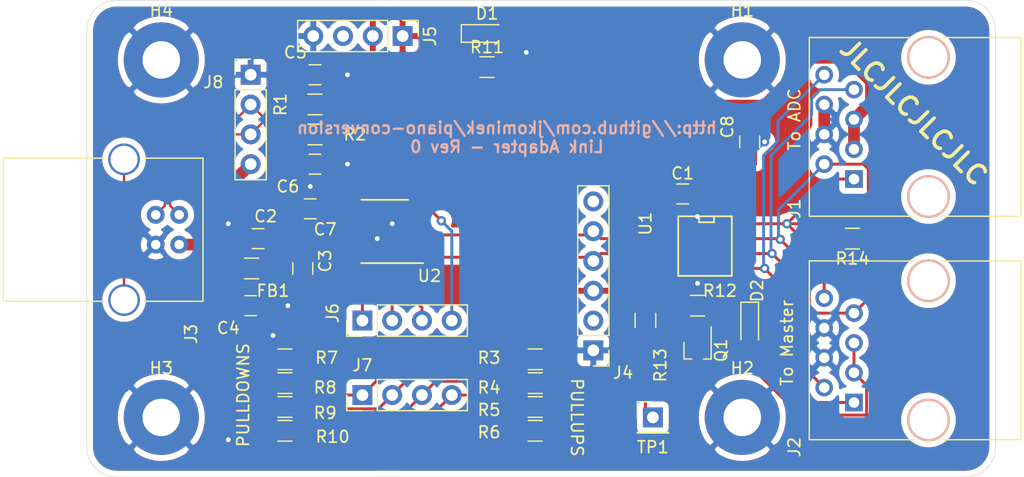
<source format=kicad_pcb>
(kicad_pcb (version 20171130) (host pcbnew "(5.1.7)-1")
  (layers (0 F.Cu signal) (31 B.Cu signal) (34 B.Paste user) (35 F.Paste user) (36 B.SilkS user) (37 F.SilkS user) (38 B.Mask user) (39 F.Mask user) (44 Edge.Cuts user))
  (net 0 "")
  (net 1 GND)
  (net 2 +3V3)
  (net 3 +5V)
  (net 4 "Net-(J3-Pad5)")
  (net 5 /RX)
  (net 6 /TX)
  (net 7 /USB5V)
  (net 8 /D+)
  (net 9 /D-)
  (net 10 /Z)
  (net 11 /Y)
  (net 12 /A)
  (net 13 /B)
  (net 14 /J6_4)
  (net 15 /J6_3)
  (net 16 /J6_2)
  (net 17 /J6_1)
  (net 18 /USBD+)
  (net 19 /USBD-)
  (net 20 "Net-(J6-Pad1)")
  (net 21 "Net-(J6-Pad2)")
  (net 22 "Net-(J6-Pad3)")
  (net 23 "Net-(J6-Pad4)")
  (net 24 "Net-(D1-Pad1)")
  (net 25 "Net-(D2-Pad2)")
  (net 26 "Net-(D2-Pad1)")
  (net 27 "Net-(Q1-Pad2)")
  (module TO_SOT_Packages_SMD:SOT-323_SC-70_Handsoldering (layer F.Cu) (at 142.24 103.505 270)
    (fp_text reference Q1 (at 0 -2 90) (layer F.SilkS))
    (fp_text value NX7002BKW)
    (fp_line (start -0.675 1.16) (end 0.735 1.16) (layer F.SilkS) (width 0.12))
    (fp_line (start 0.735 -1.16) (end -2 -1.16) (layer F.SilkS) (width 0.12))
    (fp_line (start 0.735 -1.17) (end 0.735 -0.5) (layer F.SilkS) (width 0.12))
    (fp_line (start 0.735 0.5) (end 0.735 1.16) (layer F.SilkS) (width 0.12))
    (pad 3 smd rect (at 1.33 0 180) (size 0.45 1.5) (layers F.Cu F.Paste F.Mask) (net 2 +3V3))
    (pad 2 smd rect (at -1.33 0.65 180) (size 0.45 1.5) (layers F.Cu F.Paste F.Mask) (net 27 "Net-(Q1-Pad2)"))
    (pad 1 smd rect (at -1.33 -0.65 180) (size 0.45 1.5) (layers F.Cu F.Paste F.Mask) (net 25 "Net-(D2-Pad2)"))
  )
  (module Resistors_SMD:R_0805_HandSoldering (layer F.Cu) (at 137.795 100.965 90)
    (fp_text reference R13 (at -3.81 1.27 90) (layer F.SilkS))
    (fp_text value 6000)
    (fp_line (start -0.6 -0.88) (end 0.6 -0.88) (layer F.SilkS) (width 0.12))
    (fp_line (start 0.6 0.88) (end -0.6 0.88) (layer F.SilkS) (width 0.12))
    (pad 2 smd rect (at 1.35 0 90) (size 1.5 1.3) (layers F.Cu F.Paste F.Mask) (net 1 GND))
    (pad 1 smd rect (at -1.35 0 90) (size 1.5 1.3) (layers F.Cu F.Paste F.Mask) (net 27 "Net-(Q1-Pad2)"))
  )
  (module Capacitors_SMD:C_0805_HandSoldering (layer F.Cu) (at 109.621 80.01)
    (fp_text reference C5 (at -1.671 -1.905) (layer F.SilkS))
    (fp_text value 47pF)
    (fp_line (start 0.5 -0.85) (end -0.5 -0.85) (layer F.SilkS) (width 0.12))
    (fp_line (start -0.5 0.85) (end 0.5 0.85) (layer F.SilkS) (width 0.12))
    (pad 1 smd rect (at -1.25 0) (size 1.5 1.25) (layers F.Cu F.Paste F.Mask) (net 8 /D+))
    (pad 2 smd rect (at 1.25 0) (size 1.5 1.25) (layers F.Cu F.Paste F.Mask) (net 1 GND))
  )
  (module Capacitors_SMD:C_0805_HandSoldering (layer F.Cu) (at 140.97 90.17)
    (fp_text reference C1 (at 0 -1.75) (layer F.SilkS))
    (fp_text value 0.1uF)
    (fp_line (start -0.5 0.85) (end 0.5 0.85) (layer F.SilkS) (width 0.12))
    (fp_line (start 0.5 -0.85) (end -0.5 -0.85) (layer F.SilkS) (width 0.12))
    (pad 2 smd rect (at 1.25 0) (size 1.5 1.25) (layers F.Cu F.Paste F.Mask) (net 1 GND))
    (pad 1 smd rect (at -1.25 0) (size 1.5 1.25) (layers F.Cu F.Paste F.Mask) (net 2 +3V3))
  )
  (module Capacitors_SMD:C_0805_HandSoldering (layer F.Cu) (at 104.775 93.98 180)
    (fp_text reference C2 (at -0.635 1.905) (layer F.SilkS))
    (fp_text value 0.1uF)
    (fp_line (start -0.5 0.85) (end 0.5 0.85) (layer F.SilkS) (width 0.12))
    (fp_line (start 0.5 -0.85) (end -0.5 -0.85) (layer F.SilkS) (width 0.12))
    (pad 2 smd rect (at 1.25 0 180) (size 1.5 1.25) (layers F.Cu F.Paste F.Mask) (net 1 GND))
    (pad 1 smd rect (at -1.25 0 180) (size 1.5 1.25) (layers F.Cu F.Paste F.Mask) (net 3 +5V))
  )
  (module Capacitors_SMD:C_0805_HandSoldering (layer F.Cu) (at 108.585 96.52 270)
    (fp_text reference C3 (at -0.635 -1.905 90) (layer F.SilkS))
    (fp_text value 4.7uF)
    (fp_line (start 0.5 -0.85) (end -0.5 -0.85) (layer F.SilkS) (width 0.12))
    (fp_line (start -0.5 0.85) (end 0.5 0.85) (layer F.SilkS) (width 0.12))
    (pad 1 smd rect (at -1.25 0 270) (size 1.5 1.25) (layers F.Cu F.Paste F.Mask) (net 3 +5V))
    (pad 2 smd rect (at 1.25 0 270) (size 1.5 1.25) (layers F.Cu F.Paste F.Mask) (net 1 GND))
  )
  (module Capacitors_SMD:C_0805_HandSoldering (layer F.Cu) (at 104.14 99.695)
    (fp_text reference C4 (at -1.905 1.905) (layer F.SilkS))
    (fp_text value 10nF)
    (fp_line (start -0.5 0.85) (end 0.5 0.85) (layer F.SilkS) (width 0.12))
    (fp_line (start 0.5 -0.85) (end -0.5 -0.85) (layer F.SilkS) (width 0.12))
    (pad 2 smd rect (at 1.25 0) (size 1.5 1.25) (layers F.Cu F.Paste F.Mask) (net 1 GND))
    (pad 1 smd rect (at -1.25 0) (size 1.5 1.25) (layers F.Cu F.Paste F.Mask) (net 7 /USB5V))
  )
  (module Capacitors_SMD:C_0805_HandSoldering (layer F.Cu) (at 109.621 87.63)
    (fp_text reference C6 (at -2.306 1.905) (layer F.SilkS))
    (fp_text value 47pF)
    (fp_line (start -0.5 0.85) (end 0.5 0.85) (layer F.SilkS) (width 0.12))
    (fp_line (start 0.5 -0.85) (end -0.5 -0.85) (layer F.SilkS) (width 0.12))
    (pad 2 smd rect (at 1.25 0) (size 1.5 1.25) (layers F.Cu F.Paste F.Mask) (net 1 GND))
    (pad 1 smd rect (at -1.25 0) (size 1.5 1.25) (layers F.Cu F.Paste F.Mask) (net 9 /D-))
  )
  (module Capacitors_SMD:C_0805_HandSoldering (layer F.Cu) (at 109.22 91.44 180)
    (fp_text reference C7 (at -1.27 -1.75) (layer F.SilkS))
    (fp_text value 0.1uF)
    (fp_line (start 0.5 -0.85) (end -0.5 -0.85) (layer F.SilkS) (width 0.12))
    (fp_line (start -0.5 0.85) (end 0.5 0.85) (layer F.SilkS) (width 0.12))
    (pad 1 smd rect (at -1.25 0 180) (size 1.5 1.25) (layers F.Cu F.Paste F.Mask) (net 2 +3V3))
    (pad 2 smd rect (at 1.25 0 180) (size 1.5 1.25) (layers F.Cu F.Paste F.Mask) (net 1 GND))
  )
  (module Inductors_SMD:L_0805_HandSoldering (layer F.Cu) (at 104.22 96.52 180)
    (fp_text reference FB1 (at -1.825 -1.905) (layer F.SilkS))
    (fp_text value MPZ2012S601AT000‎)
    (fp_line (start -0.6 -0.88) (end 0.6 -0.88) (layer F.SilkS) (width 0.12))
    (fp_line (start 0.6 0.88) (end -0.6 0.88) (layer F.SilkS) (width 0.12))
    (pad 2 smd rect (at 1.35 0 180) (size 1.5 1.3) (layers F.Cu F.Paste F.Mask) (net 7 /USB5V))
    (pad 1 smd rect (at -1.35 0 180) (size 1.5 1.3) (layers F.Cu F.Paste F.Mask) (net 3 +5V))
  )
  (module Connectors:RJ45_8 (layer F.Cu) (at 155.575 88.9 90)
    (fp_text reference J1 (at -2.54 -5.08 90) (layer F.SilkS))
    (fp_text value ToADC)
    (fp_line (start -3.17 14.22) (end 12.07 14.22) (layer F.SilkS) (width 0.12))
    (fp_line (start 12.07 -3.81) (end 12.06 5.18) (layer F.SilkS) (width 0.12))
    (fp_line (start 12.07 -3.81) (end -3.17 -3.81) (layer F.SilkS) (width 0.12))
    (fp_line (start -3.17 -3.81) (end -3.17 5.19) (layer F.SilkS) (width 0.12))
    (fp_line (start 12.06 7.52) (end 12.07 14.22) (layer F.SilkS) (width 0.12))
    (fp_line (start -3.17 7.51) (end -3.17 14.22) (layer F.SilkS) (width 0.12))
    (pad Hole np_thru_hole circle (at 10.38 6.35 90) (size 3.65 3.65) (drill 3.25) (layers *.Cu *.SilkS *.Mask))
    (pad Hole np_thru_hole circle (at -1.49 6.35 90) (size 3.65 3.65) (drill 3.25) (layers *.Cu *.SilkS *.Mask))
    (pad 1 thru_hole rect (at 0 0 90) (size 1.5 1.5) (drill 0.9) (layers *.Cu *.Mask) (net 12 /A))
    (pad 2 thru_hole circle (at 1.27 -2.54 90) (size 1.5 1.5) (drill 0.9) (layers *.Cu *.Mask) (net 13 /B))
    (pad 3 thru_hole circle (at 2.54 0 90) (size 1.5 1.5) (drill 0.9) (layers *.Cu *.Mask) (net 3 +5V))
    (pad 4 thru_hole circle (at 3.81 -2.54 90) (size 1.5 1.5) (drill 0.9) (layers *.Cu *.Mask) (net 1 GND))
    (pad 5 thru_hole circle (at 5.08 0 90) (size 1.5 1.5) (drill 0.9) (layers *.Cu *.Mask) (net 3 +5V))
    (pad 6 thru_hole circle (at 6.35 -2.54 90) (size 1.5 1.5) (drill 0.9) (layers *.Cu *.Mask) (net 1 GND))
    (pad 7 thru_hole circle (at 7.62 0 90) (size 1.5 1.5) (drill 0.9) (layers *.Cu *.Mask) (net 10 /Z))
    (pad 8 thru_hole circle (at 8.89 -2.54 90) (size 1.5 1.5) (drill 0.9) (layers *.Cu *.Mask) (net 11 /Y))
  )
  (module Connectors:RJ45_8 (layer F.Cu) (at 155.575 107.95 90)
    (fp_text reference J2 (at -3.81 -5.08 90) (layer F.SilkS))
    (fp_text value ToMaster)
    (fp_line (start -3.17 7.51) (end -3.17 14.22) (layer F.SilkS) (width 0.12))
    (fp_line (start 12.06 7.52) (end 12.07 14.22) (layer F.SilkS) (width 0.12))
    (fp_line (start -3.17 -3.81) (end -3.17 5.19) (layer F.SilkS) (width 0.12))
    (fp_line (start 12.07 -3.81) (end -3.17 -3.81) (layer F.SilkS) (width 0.12))
    (fp_line (start 12.07 -3.81) (end 12.06 5.18) (layer F.SilkS) (width 0.12))
    (fp_line (start -3.17 14.22) (end 12.07 14.22) (layer F.SilkS) (width 0.12))
    (pad 8 thru_hole circle (at 8.89 -2.54 90) (size 1.5 1.5) (drill 0.9) (layers *.Cu *.Mask) (net 12 /A))
    (pad 7 thru_hole circle (at 7.62 0 90) (size 1.5 1.5) (drill 0.9) (layers *.Cu *.Mask) (net 13 /B))
    (pad 6 thru_hole circle (at 6.35 -2.54 90) (size 1.5 1.5) (drill 0.9) (layers *.Cu *.Mask) (net 1 GND))
    (pad 5 thru_hole circle (at 5.08 0 90) (size 1.5 1.5) (drill 0.9) (layers *.Cu *.Mask) (net 25 "Net-(D2-Pad2)"))
    (pad 4 thru_hole circle (at 3.81 -2.54 90) (size 1.5 1.5) (drill 0.9) (layers *.Cu *.Mask) (net 1 GND))
    (pad 3 thru_hole circle (at 2.54 0 90) (size 1.5 1.5) (drill 0.9) (layers *.Cu *.Mask) (net 25 "Net-(D2-Pad2)"))
    (pad 2 thru_hole circle (at 1.27 -2.54 90) (size 1.5 1.5) (drill 0.9) (layers *.Cu *.Mask) (net 10 /Z))
    (pad 1 thru_hole rect (at 0 0 90) (size 1.5 1.5) (drill 0.9) (layers *.Cu *.Mask) (net 11 /Y))
    (pad Hole np_thru_hole circle (at -1.49 6.35 90) (size 3.65 3.65) (drill 3.25) (layers *.Cu *.SilkS *.Mask))
    (pad Hole np_thru_hole circle (at 10.38 6.35 90) (size 3.65 3.65) (drill 3.25) (layers *.Cu *.SilkS *.Mask))
  )
  (module Connectors:USB_B (layer F.Cu) (at 98.044 94.488 180)
    (fp_text reference J3 (at -1.016 -7.62 90) (layer F.SilkS))
    (fp_text value USB_B)
    (fp_line (start -2.03 7.37) (end -2.03 -4.83) (layer F.SilkS) (width 0.12))
    (fp_line (start 14.99 -4.83) (end 14.99 7.37) (layer F.SilkS) (width 0.12))
    (fp_line (start -2.03 -4.83) (end 3.05 -4.83) (layer F.SilkS) (width 0.12))
    (fp_line (start 6.35 -4.83) (end 14.99 -4.83) (layer F.SilkS) (width 0.12))
    (fp_line (start -2.03 7.37) (end 3.05 7.37) (layer F.SilkS) (width 0.12))
    (fp_line (start 6.35 7.37) (end 14.99 7.37) (layer F.SilkS) (width 0.12))
    (pad 5 thru_hole circle (at 4.7 -4.73 90) (size 2.7 2.7) (drill 2.3) (layers *.Cu *.Mask) (net 4 "Net-(J3-Pad5)"))
    (pad 5 thru_hole circle (at 4.7 7.27 90) (size 2.7 2.7) (drill 2.3) (layers *.Cu *.Mask) (net 4 "Net-(J3-Pad5)"))
    (pad 3 thru_hole circle (at 2 2.54 90) (size 1.52 1.52) (drill 0.81) (layers *.Cu *.Mask) (net 8 /D+))
    (pad 4 thru_hole circle (at 2 0 90) (size 1.52 1.52) (drill 0.81) (layers *.Cu *.Mask) (net 1 GND))
    (pad 1 thru_hole circle (at 0 0 90) (size 1.52 1.52) (drill 0.81) (layers *.Cu *.Mask) (net 7 /USB5V))
    (pad 2 thru_hole circle (at 0 2.54 90) (size 1.52 1.52) (drill 0.81) (layers *.Cu *.Mask) (net 9 /D-))
  )
  (module Pin_Headers:Pin_Header_Straight_1x06_Pitch2.54mm (layer F.Cu) (at 133.35 103.505 180)
    (fp_text reference J4 (at -2.54 -1.905) (layer F.SilkS))
    (fp_text value "FTDI Header")
    (fp_line (start -1.33 -1.33) (end 0 -1.33) (layer F.SilkS) (width 0.12))
    (fp_line (start -1.33 0) (end -1.33 -1.33) (layer F.SilkS) (width 0.12))
    (fp_line (start -1.33 1.27) (end 1.33 1.27) (layer F.SilkS) (width 0.12))
    (fp_line (start 1.33 1.27) (end 1.33 14.03) (layer F.SilkS) (width 0.12))
    (fp_line (start -1.33 1.27) (end -1.33 14.03) (layer F.SilkS) (width 0.12))
    (fp_line (start -1.33 14.03) (end 1.33 14.03) (layer F.SilkS) (width 0.12))
    (pad 6 thru_hole oval (at 0 12.7 180) (size 1.7 1.7) (drill 1) (layers *.Cu *.Mask))
    (pad 5 thru_hole oval (at 0 10.16 180) (size 1.7 1.7) (drill 1) (layers *.Cu *.Mask) (net 5 /RX))
    (pad 4 thru_hole oval (at 0 7.62 180) (size 1.7 1.7) (drill 1) (layers *.Cu *.Mask) (net 6 /TX))
    (pad 3 thru_hole oval (at 0 5.08 180) (size 1.7 1.7) (drill 1) (layers *.Cu *.Mask) (net 2 +3V3))
    (pad 2 thru_hole oval (at 0 2.54 180) (size 1.7 1.7) (drill 1) (layers *.Cu *.Mask))
    (pad 1 thru_hole rect (at 0 0 180) (size 1.7 1.7) (drill 1) (layers *.Cu *.Mask) (net 1 GND))
  )
  (module Pin_Headers:Pin_Header_Straight_1x04_Pitch2.54mm (layer F.Cu) (at 113.665 100.965 90)
    (fp_text reference J6 (at 0.635 -2.54 90) (layer F.SilkS))
    (fp_text value CBUS)
    (fp_line (start -1.33 8.95) (end 1.33 8.95) (layer F.SilkS) (width 0.12))
    (fp_line (start -1.33 1.27) (end -1.33 8.95) (layer F.SilkS) (width 0.12))
    (fp_line (start 1.33 1.27) (end 1.33 8.95) (layer F.SilkS) (width 0.12))
    (fp_line (start -1.33 1.27) (end 1.33 1.27) (layer F.SilkS) (width 0.12))
    (fp_line (start -1.33 0) (end -1.33 -1.33) (layer F.SilkS) (width 0.12))
    (fp_line (start -1.33 -1.33) (end 0 -1.33) (layer F.SilkS) (width 0.12))
    (pad 1 thru_hole rect (at 0 0 90) (size 1.7 1.7) (drill 1) (layers *.Cu *.Mask) (net 20 "Net-(J6-Pad1)"))
    (pad 2 thru_hole oval (at 0 2.54 90) (size 1.7 1.7) (drill 1) (layers *.Cu *.Mask) (net 21 "Net-(J6-Pad2)"))
    (pad 3 thru_hole oval (at 0 5.08 90) (size 1.7 1.7) (drill 1) (layers *.Cu *.Mask) (net 22 "Net-(J6-Pad3)"))
    (pad 4 thru_hole oval (at 0 7.62 90) (size 1.7 1.7) (drill 1) (layers *.Cu *.Mask) (net 23 "Net-(J6-Pad4)"))
  )
  (module Pin_Headers:Pin_Header_Straight_1x04_Pitch2.54mm (layer F.Cu) (at 113.665 107.315 90)
    (fp_text reference J7 (at 2.54 0 180) (layer F.SilkS))
    (fp_text value FORLED)
    (fp_line (start -1.33 -1.33) (end 0 -1.33) (layer F.SilkS) (width 0.12))
    (fp_line (start -1.33 0) (end -1.33 -1.33) (layer F.SilkS) (width 0.12))
    (fp_line (start -1.33 1.27) (end 1.33 1.27) (layer F.SilkS) (width 0.12))
    (fp_line (start 1.33 1.27) (end 1.33 8.95) (layer F.SilkS) (width 0.12))
    (fp_line (start -1.33 1.27) (end -1.33 8.95) (layer F.SilkS) (width 0.12))
    (fp_line (start -1.33 8.95) (end 1.33 8.95) (layer F.SilkS) (width 0.12))
    (pad 4 thru_hole oval (at 0 7.62 90) (size 1.7 1.7) (drill 1) (layers *.Cu *.Mask) (net 14 /J6_4))
    (pad 3 thru_hole oval (at 0 5.08 90) (size 1.7 1.7) (drill 1) (layers *.Cu *.Mask) (net 15 /J6_3))
    (pad 2 thru_hole oval (at 0 2.54 90) (size 1.7 1.7) (drill 1) (layers *.Cu *.Mask) (net 16 /J6_2))
    (pad 1 thru_hole rect (at 0 0 90) (size 1.7 1.7) (drill 1) (layers *.Cu *.Mask) (net 17 /J6_1))
  )
  (module Resistors_SMD:R_0805_HandSoldering (layer F.Cu) (at 109.621 82.54 180)
    (fp_text reference R1 (at 2.941 -0.01 90) (layer F.SilkS))
    (fp_text value 27)
    (fp_line (start -0.6 -0.88) (end 0.6 -0.88) (layer F.SilkS) (width 0.12))
    (fp_line (start 0.6 0.88) (end -0.6 0.88) (layer F.SilkS) (width 0.12))
    (pad 2 smd rect (at 1.35 0 180) (size 1.5 1.3) (layers F.Cu F.Paste F.Mask) (net 8 /D+))
    (pad 1 smd rect (at -1.35 0 180) (size 1.5 1.3) (layers F.Cu F.Paste F.Mask) (net 18 /USBD+))
  )
  (module Resistors_SMD:R_0805_HandSoldering (layer F.Cu) (at 109.621 85.1 180)
    (fp_text reference R2 (at -3.409 0.01) (layer F.SilkS))
    (fp_text value 27)
    (fp_line (start 0.6 0.88) (end -0.6 0.88) (layer F.SilkS) (width 0.12))
    (fp_line (start -0.6 -0.88) (end 0.6 -0.88) (layer F.SilkS) (width 0.12))
    (pad 1 smd rect (at -1.35 0 180) (size 1.5 1.3) (layers F.Cu F.Paste F.Mask) (net 19 /USBD-))
    (pad 2 smd rect (at 1.35 0 180) (size 1.5 1.3) (layers F.Cu F.Paste F.Mask) (net 9 /D-))
  )
  (module Resistors_SMD:R_0805_HandSoldering (layer F.Cu) (at 128.397 104.267 180)
    (fp_text reference R3 (at 3.937 0.127) (layer F.SilkS))
    (fp_text value 6000)
    (fp_line (start 0.6 0.88) (end -0.6 0.88) (layer F.SilkS) (width 0.12))
    (fp_line (start -0.6 -0.88) (end 0.6 -0.88) (layer F.SilkS) (width 0.12))
    (pad 1 smd rect (at -1.35 0 180) (size 1.5 1.3) (layers F.Cu F.Paste F.Mask) (net 2 +3V3))
    (pad 2 smd rect (at 1.35 0 180) (size 1.5 1.3) (layers F.Cu F.Paste F.Mask) (net 17 /J6_1))
  )
  (module Resistors_SMD:R_0805_HandSoldering (layer F.Cu) (at 128.397 106.299 180)
    (fp_text reference R4 (at 3.937 -0.381) (layer F.SilkS))
    (fp_text value 6000)
    (fp_line (start -0.6 -0.88) (end 0.6 -0.88) (layer F.SilkS) (width 0.12))
    (fp_line (start 0.6 0.88) (end -0.6 0.88) (layer F.SilkS) (width 0.12))
    (pad 2 smd rect (at 1.35 0 180) (size 1.5 1.3) (layers F.Cu F.Paste F.Mask) (net 16 /J6_2))
    (pad 1 smd rect (at -1.35 0 180) (size 1.5 1.3) (layers F.Cu F.Paste F.Mask) (net 2 +3V3))
  )
  (module Resistors_SMD:R_0805_HandSoldering (layer F.Cu) (at 128.397 108.331 180)
    (fp_text reference R5 (at 3.937 -0.254) (layer F.SilkS))
    (fp_text value 6000)
    (fp_line (start 0.6 0.88) (end -0.6 0.88) (layer F.SilkS) (width 0.12))
    (fp_line (start -0.6 -0.88) (end 0.6 -0.88) (layer F.SilkS) (width 0.12))
    (pad 1 smd rect (at -1.35 0 180) (size 1.5 1.3) (layers F.Cu F.Paste F.Mask) (net 2 +3V3))
    (pad 2 smd rect (at 1.35 0 180) (size 1.5 1.3) (layers F.Cu F.Paste F.Mask) (net 15 /J6_3))
  )
  (module Resistors_SMD:R_0805_HandSoldering (layer F.Cu) (at 128.397 110.363 180)
    (fp_text reference R6 (at 3.937 -0.127) (layer F.SilkS))
    (fp_text value 6000)
    (fp_line (start -0.6 -0.88) (end 0.6 -0.88) (layer F.SilkS) (width 0.12))
    (fp_line (start 0.6 0.88) (end -0.6 0.88) (layer F.SilkS) (width 0.12))
    (pad 2 smd rect (at 1.35 0 180) (size 1.5 1.3) (layers F.Cu F.Paste F.Mask) (net 14 /J6_4))
    (pad 1 smd rect (at -1.35 0 180) (size 1.5 1.3) (layers F.Cu F.Paste F.Mask) (net 2 +3V3))
  )
  (module Resistors_SMD:R_0805_HandSoldering (layer F.Cu) (at 107.061 104.267 180)
    (fp_text reference R7 (at -3.556 0.127) (layer F.SilkS))
    (fp_text value 6000)
    (fp_line (start -0.6 -0.88) (end 0.6 -0.88) (layer F.SilkS) (width 0.12))
    (fp_line (start 0.6 0.88) (end -0.6 0.88) (layer F.SilkS) (width 0.12))
    (pad 2 smd rect (at 1.35 0 180) (size 1.5 1.3) (layers F.Cu F.Paste F.Mask) (net 1 GND))
    (pad 1 smd rect (at -1.35 0 180) (size 1.5 1.3) (layers F.Cu F.Paste F.Mask) (net 17 /J6_1))
  )
  (module Resistors_SMD:R_0805_HandSoldering (layer F.Cu) (at 107.061 106.299 180)
    (fp_text reference R8 (at -3.429 -0.381) (layer F.SilkS))
    (fp_text value 6000)
    (fp_line (start 0.6 0.88) (end -0.6 0.88) (layer F.SilkS) (width 0.12))
    (fp_line (start -0.6 -0.88) (end 0.6 -0.88) (layer F.SilkS) (width 0.12))
    (pad 1 smd rect (at -1.35 0 180) (size 1.5 1.3) (layers F.Cu F.Paste F.Mask) (net 16 /J6_2))
    (pad 2 smd rect (at 1.35 0 180) (size 1.5 1.3) (layers F.Cu F.Paste F.Mask) (net 1 GND))
  )
  (module Resistors_SMD:R_0805_HandSoldering (layer F.Cu) (at 107.061 108.331 180)
    (fp_text reference R9 (at -3.429 -0.508) (layer F.SilkS))
    (fp_text value 6000)
    (fp_line (start -0.6 -0.88) (end 0.6 -0.88) (layer F.SilkS) (width 0.12))
    (fp_line (start 0.6 0.88) (end -0.6 0.88) (layer F.SilkS) (width 0.12))
    (pad 2 smd rect (at 1.35 0 180) (size 1.5 1.3) (layers F.Cu F.Paste F.Mask) (net 1 GND))
    (pad 1 smd rect (at -1.35 0 180) (size 1.5 1.3) (layers F.Cu F.Paste F.Mask) (net 15 /J6_3))
  )
  (module Resistors_SMD:R_0805_HandSoldering (layer F.Cu) (at 107.061 110.363 180)
    (fp_text reference R10 (at -4.064 -0.508) (layer F.SilkS))
    (fp_text value 6000)
    (fp_line (start 0.6 0.88) (end -0.6 0.88) (layer F.SilkS) (width 0.12))
    (fp_line (start -0.6 -0.88) (end 0.6 -0.88) (layer F.SilkS) (width 0.12))
    (pad 1 smd rect (at -1.35 0 180) (size 1.5 1.3) (layers F.Cu F.Paste F.Mask) (net 14 /J6_4))
    (pad 2 smd rect (at 1.35 0 180) (size 1.5 1.3) (layers F.Cu F.Paste F.Mask) (net 1 GND))
  )
  (module SMD_Packages:SOIC-8-N (layer F.Cu) (at 142.875 94.615 270)
    (fp_text reference U1 (at -1.905 5.08 90) (layer F.SilkS))
    (fp_text value ISL83490)
    (fp_line (start -2.032 0.508) (end -2.54 0.508) (layer F.SilkS) (width 0.15))
    (fp_line (start -2.032 -0.762) (end -2.032 0.508) (layer F.SilkS) (width 0.15))
    (fp_line (start -2.54 -0.762) (end -2.032 -0.762) (layer F.SilkS) (width 0.15))
    (fp_line (start -2.54 2.286) (end -2.54 -2.286) (layer F.SilkS) (width 0.15))
    (fp_line (start 2.54 2.286) (end -2.54 2.286) (layer F.SilkS) (width 0.15))
    (fp_line (start 2.54 -2.286) (end 2.54 2.286) (layer F.SilkS) (width 0.15))
    (fp_line (start -2.54 -2.286) (end 2.54 -2.286) (layer F.SilkS) (width 0.15))
    (pad 1 smd rect (at -1.905 3.175 270) (size 0.508 1.143) (layers F.Cu F.Paste F.Mask) (net 2 +3V3))
    (pad 2 smd rect (at -0.635 3.175 270) (size 0.508 1.143) (layers F.Cu F.Paste F.Mask) (net 5 /RX))
    (pad 3 smd rect (at 0.635 3.175 270) (size 0.508 1.143) (layers F.Cu F.Paste F.Mask) (net 6 /TX))
    (pad 4 smd rect (at 1.905 3.175 270) (size 0.508 1.143) (layers F.Cu F.Paste F.Mask) (net 1 GND))
    (pad 5 smd rect (at 1.905 -3.175 270) (size 0.508 1.143) (layers F.Cu F.Paste F.Mask) (net 11 /Y))
    (pad 6 smd rect (at 0.635 -3.175 270) (size 0.508 1.143) (layers F.Cu F.Paste F.Mask) (net 10 /Z))
    (pad 7 smd rect (at -0.635 -3.175 270) (size 0.508 1.143) (layers F.Cu F.Paste F.Mask) (net 13 /B))
    (pad 8 smd rect (at -1.905 -3.175 270) (size 0.508 1.143) (layers F.Cu F.Paste F.Mask) (net 12 /A))
  )
  (module Housings_SSOP:SSOP-16_3.9x4.9mm_Pitch0.635mm (layer F.Cu) (at 115.57 93.345 180)
    (fp_text reference U2 (at -3.81 -3.81) (layer F.SilkS))
    (fp_text value FT230XS)
    (fp_line (start -3.275 -2.725) (end 2 -2.725) (layer F.SilkS) (width 0.15))
    (fp_line (start -2 2.675) (end 2 2.675) (layer F.SilkS) (width 0.15))
    (pad 16 smd rect (at 2.6 -2.2225 180) (size 1.2 0.4) (layers F.Cu F.Paste F.Mask) (net 21 "Net-(J6-Pad2)"))
    (pad 15 smd rect (at 2.6 -1.5875 180) (size 1.2 0.4) (layers F.Cu F.Paste F.Mask) (net 22 "Net-(J6-Pad3)"))
    (pad 14 smd rect (at 2.6 -0.9525 180) (size 1.2 0.4) (layers F.Cu F.Paste F.Mask) (net 20 "Net-(J6-Pad1)"))
    (pad 13 smd rect (at 2.6 -0.3175 180) (size 1.2 0.4) (layers F.Cu F.Paste F.Mask) (net 1 GND))
    (pad 12 smd rect (at 2.6 0.3175 180) (size 1.2 0.4) (layers F.Cu F.Paste F.Mask) (net 3 +5V))
    (pad 11 smd rect (at 2.6 0.9525 180) (size 1.2 0.4) (layers F.Cu F.Paste F.Mask) (net 2 +3V3))
    (pad 10 smd rect (at 2.6 1.5875 180) (size 1.2 0.4) (layers F.Cu F.Paste F.Mask) (net 2 +3V3))
    (pad 9 smd rect (at 2.6 2.2225 180) (size 1.2 0.4) (layers F.Cu F.Paste F.Mask) (net 19 /USBD-))
    (pad 8 smd rect (at -2.6 2.2225 180) (size 1.2 0.4) (layers F.Cu F.Paste F.Mask) (net 18 /USBD+))
    (pad 7 smd rect (at -2.6 1.5875 180) (size 1.2 0.4) (layers F.Cu F.Paste F.Mask) (net 23 "Net-(J6-Pad4)"))
    (pad 6 smd rect (at -2.6 0.9525 180) (size 1.2 0.4) (layers F.Cu F.Paste F.Mask))
    (pad 5 smd rect (at -2.6 0.3175 180) (size 1.2 0.4) (layers F.Cu F.Paste F.Mask) (net 1 GND))
    (pad 4 smd rect (at -2.6 -0.3175 180) (size 1.2 0.4) (layers F.Cu F.Paste F.Mask) (net 5 /RX))
    (pad 3 smd rect (at -2.6 -0.9525 180) (size 1.2 0.4) (layers F.Cu F.Paste F.Mask) (net 2 +3V3))
    (pad 2 smd rect (at -2.6 -1.5875 180) (size 1.2 0.4) (layers F.Cu F.Paste F.Mask))
    (pad 1 smd rect (at -2.6 -2.2225 180) (size 1.2 0.4) (layers F.Cu F.Paste F.Mask) (net 6 /TX))
  )
  (module Mounting_Holes:MountingHole_3.2mm_M3_Pad (layer F.Cu) (at 146.05 78.74)
    (fp_text reference H1 (at 0 -4.2) (layer F.SilkS))
    (fp_text value MountingHole_Pad)
    (pad 1 thru_hole circle (at 0 0) (size 6.4 6.4) (drill 3.2) (layers *.Cu *.Mask) (net 1 GND))
  )
  (module Mounting_Holes:MountingHole_3.2mm_M3_Pad (layer F.Cu) (at 146.05 109.22)
    (fp_text reference H2 (at 0 -4.2) (layer F.SilkS))
    (fp_text value MountingHole_Pad)
    (pad 1 thru_hole circle (at 0 0) (size 6.4 6.4) (drill 3.2) (layers *.Cu *.Mask) (net 1 GND))
  )
  (module Mounting_Holes:MountingHole_3.2mm_M3_Pad (layer F.Cu) (at 96.52 109.22)
    (fp_text reference H3 (at 0 -4.2) (layer F.SilkS))
    (fp_text value MountingHole_Pad)
    (pad 1 thru_hole circle (at 0 0) (size 6.4 6.4) (drill 3.2) (layers *.Cu *.Mask) (net 1 GND))
  )
  (module Mounting_Holes:MountingHole_3.2mm_M3_Pad (layer F.Cu) (at 96.52 78.74)
    (fp_text reference H4 (at 0 -4.2) (layer F.SilkS))
    (fp_text value MountingHole_Pad)
    (pad 1 thru_hole circle (at 0 0) (size 6.4 6.4) (drill 3.2) (layers *.Cu *.Mask) (net 1 GND))
  )
  (module Pin_Headers:Pin_Header_Straight_1x04_Pitch2.54mm (layer F.Cu) (at 104.14 80.01)
    (fp_text reference J8 (at -3.175 0.635) (layer F.SilkS))
    (fp_text value AltUSB)
    (fp_line (start -1.33 8.95) (end 1.33 8.95) (layer F.SilkS) (width 0.12))
    (fp_line (start -1.33 1.27) (end -1.33 8.95) (layer F.SilkS) (width 0.12))
    (fp_line (start 1.33 1.27) (end 1.33 8.95) (layer F.SilkS) (width 0.12))
    (fp_line (start -1.33 1.27) (end 1.33 1.27) (layer F.SilkS) (width 0.12))
    (fp_line (start -1.33 0) (end -1.33 -1.33) (layer F.SilkS) (width 0.12))
    (fp_line (start -1.33 -1.33) (end 0 -1.33) (layer F.SilkS) (width 0.12))
    (pad 4 thru_hole oval (at 0 7.62) (size 1.7 1.7) (drill 1) (layers *.Cu *.Mask) (net 7 /USB5V))
    (pad 3 thru_hole oval (at 0 5.08) (size 1.7 1.7) (drill 1) (layers *.Cu *.Mask) (net 9 /D-))
    (pad 2 thru_hole oval (at 0 2.54) (size 1.7 1.7) (drill 1) (layers *.Cu *.Mask) (net 8 /D+))
    (pad 1 thru_hole rect (at 0 0) (size 1.7 1.7) (drill 1) (layers *.Cu *.Mask) (net 1 GND))
  )
  (module Capacitors_SMD:C_0805_HandSoldering (layer F.Cu) (at 146.685 85.725 270)
    (fp_text reference C8 (at -1.27 1.905 90) (layer F.SilkS))
    (fp_text value 0.1uF)
    (fp_line (start 0.5 -0.85) (end -0.5 -0.85) (layer F.SilkS) (width 0.12))
    (fp_line (start -0.5 0.85) (end 0.5 0.85) (layer F.SilkS) (width 0.12))
    (pad 2 smd rect (at 1.25 0 270) (size 1.5 1.25) (layers F.Cu F.Paste F.Mask) (net 1 GND))
    (pad 1 smd rect (at -1.25 0 270) (size 1.5 1.25) (layers F.Cu F.Paste F.Mask) (net 3 +5V))
  )
  (module LEDs:LED_0805_HandSoldering (layer F.Cu) (at 124.295001 76.490001)
    (fp_text reference D1 (at 0 -1.7) (layer F.SilkS))
    (fp_text value LED)
    (fp_line (start 1 0.75) (end -2.2 0.75) (layer F.SilkS) (width 0.12))
    (fp_line (start -2.2 -0.75) (end 1 -0.75) (layer F.SilkS) (width 0.12))
    (fp_line (start -2.2 -0.75) (end -2.2 0.75) (layer F.SilkS) (width 0.12))
    (pad 2 smd rect (at 1.35 0) (size 1.5 1.3) (layers F.Cu F.Paste F.Mask) (net 2 +3V3))
    (pad 1 smd rect (at -1.35 0) (size 1.5 1.3) (layers F.Cu F.Paste F.Mask) (net 24 "Net-(D1-Pad1)"))
  )
  (module Resistors_SMD:R_0805_HandSoldering (layer F.Cu) (at 124.295001 79.355001)
    (fp_text reference R11 (at 0 -1.7) (layer F.SilkS))
    (fp_text value 1500)
    (fp_line (start 0.6 0.88) (end -0.6 0.88) (layer F.SilkS) (width 0.12))
    (fp_line (start -0.6 -0.88) (end 0.6 -0.88) (layer F.SilkS) (width 0.12))
    (pad 2 smd rect (at 1.35 0) (size 1.5 1.3) (layers F.Cu F.Paste F.Mask) (net 1 GND))
    (pad 1 smd rect (at -1.35 0) (size 1.5 1.3) (layers F.Cu F.Paste F.Mask) (net 24 "Net-(D1-Pad1)"))
  )
  (module LEDs:LED_0805_HandSoldering (layer F.Cu) (at 146.685 101.6 270)
    (fp_text reference D2 (at -3.175 -0.635 90) (layer F.SilkS))
    (fp_text value LED)
    (fp_line (start -2.2 -0.75) (end -2.2 0.75) (layer F.SilkS) (width 0.12))
    (fp_line (start -2.2 -0.75) (end 1 -0.75) (layer F.SilkS) (width 0.12))
    (fp_line (start 1 0.75) (end -2.2 0.75) (layer F.SilkS) (width 0.12))
    (pad 2 smd rect (at 1.35 0 270) (size 1.5 1.3) (layers F.Cu F.Paste F.Mask) (net 25 "Net-(D2-Pad2)"))
    (pad 1 smd rect (at -1.35 0 270) (size 1.5 1.3) (layers F.Cu F.Paste F.Mask) (net 26 "Net-(D2-Pad1)"))
  )
  (module Resistors_SMD:R_0805_HandSoldering (layer F.Cu) (at 142.24 99.695 180)
    (fp_text reference R12 (at -1.905 1.27) (layer F.SilkS))
    (fp_text value 3000)
    (fp_line (start -0.6 -0.88) (end 0.6 -0.88) (layer F.SilkS) (width 0.12))
    (fp_line (start 0.6 0.88) (end -0.6 0.88) (layer F.SilkS) (width 0.12))
    (pad 2 smd rect (at 1.35 0 180) (size 1.5 1.3) (layers F.Cu F.Paste F.Mask) (net 1 GND))
    (pad 1 smd rect (at -1.35 0 180) (size 1.5 1.3) (layers F.Cu F.Paste F.Mask) (net 26 "Net-(D2-Pad1)"))
  )
  (module Pin_Headers:Pin_Header_Straight_1x01_Pitch2.54mm (layer F.Cu) (at 138.43 109.22)
    (fp_text reference TP1 (at 0 2.54) (layer F.SilkS))
    (fp_text value MPWRGOOD)
    (fp_line (start -1.33 -1.33) (end 0 -1.33) (layer F.SilkS) (width 0.12))
    (fp_line (start -1.33 0) (end -1.33 -1.33) (layer F.SilkS) (width 0.12))
    (fp_line (start -1.33 1.27) (end 1.33 1.27) (layer F.SilkS) (width 0.12))
    (fp_line (start 1.33 1.27) (end 1.33 1.33) (layer F.SilkS) (width 0.12))
    (fp_line (start -1.33 1.27) (end -1.33 1.33) (layer F.SilkS) (width 0.12))
    (fp_line (start -1.33 1.33) (end 1.33 1.33) (layer F.SilkS) (width 0.12))
    (pad 1 thru_hole rect (at 0 0) (size 1.7 1.7) (drill 1) (layers *.Cu *.Mask) (net 27 "Net-(Q1-Pad2)"))
  )
  (module Resistors_SMD:R_0805_HandSoldering (layer F.Cu) (at 155.448 93.98 180)
    (fp_text reference R14 (at 0 -1.7) (layer F.SilkS))
    (fp_text value 120)
    (fp_line (start 0.6 0.88) (end -0.6 0.88) (layer F.SilkS) (width 0.12))
    (fp_line (start -0.6 -0.88) (end 0.6 -0.88) (layer F.SilkS) (width 0.12))
    (pad 2 smd rect (at 1.35 0 180) (size 1.5 1.3) (layers F.Cu F.Paste F.Mask) (net 12 /A))
    (pad 1 smd rect (at -1.35 0 180) (size 1.5 1.3) (layers F.Cu F.Paste F.Mask) (net 13 /B))
  )
  (module Pin_Headers:Pin_Header_Straight_1x04_Pitch2.54mm (layer F.Cu) (at 117.094 76.708 270)
    (fp_text reference J5 (at 0 -2.33 90) (layer F.SilkS))
    (fp_text value PowerJumper)
    (fp_line (start -1.33 -1.33) (end 0 -1.33) (layer F.SilkS) (width 0.12))
    (fp_line (start -1.33 0) (end -1.33 -1.33) (layer F.SilkS) (width 0.12))
    (fp_line (start -1.33 1.27) (end 1.33 1.27) (layer F.SilkS) (width 0.12))
    (fp_line (start 1.33 1.27) (end 1.33 8.95) (layer F.SilkS) (width 0.12))
    (fp_line (start -1.33 1.27) (end -1.33 8.95) (layer F.SilkS) (width 0.12))
    (fp_line (start -1.33 8.95) (end 1.33 8.95) (layer F.SilkS) (width 0.12))
    (pad 4 thru_hole oval (at 0 7.62 270) (size 1.7 1.7) (drill 1) (layers *.Cu *.Mask) (net 1 GND))
    (pad 3 thru_hole oval (at 0 5.08 270) (size 1.7 1.7) (drill 1) (layers *.Cu *.Mask))
    (pad 2 thru_hole oval (at 0 2.54 270) (size 1.7 1.7) (drill 1) (layers *.Cu *.Mask) (net 3 +5V))
    (pad 1 thru_hole rect (at 0 0 270) (size 1.7 1.7) (drill 1) (layers *.Cu *.Mask) (net 2 +3V3))
  )
  (gr_text "http://github.com/jkominek/piano-conversion\nLink Adapter - Rev 0" (at 125.984 85.344) (layer B.SilkS) (effects (font (size 1 1) (thickness 0.2)) (justify mirror)))
  (gr_arc (start 165.1 76.2) (end 167.64 76.2) (angle -90) (layer Edge.Cuts) (width 0.05))
  (gr_arc (start 165.1 111.76) (end 165.1 114.3) (angle -90) (layer Edge.Cuts) (width 0.05))
  (gr_arc (start 92.71 76.2) (end 92.71 73.66) (angle -90) (layer Edge.Cuts) (width 0.05))
  (gr_arc (start 92.71 111.76) (end 90.17 111.76) (angle -90) (layer Edge.Cuts) (width 0.05))
  (gr_text JLCJLCJLCJLC (at 160.655 83.185 315) (layer F.SilkS) (effects (font (size 1.6 1.6) (thickness 0.3))))
  (gr_text "To Master" (at 149.86 102.87 90) (layer F.SilkS) (effects (font (size 1 1))))
  (gr_text "To ADC" (at 150.495 83.82 90) (layer F.SilkS) (effects (font (size 1 1))))
  (gr_text PULLDOWNS (at 103.505 107.315 90) (layer F.SilkS) (effects (font (size 1 1))))
  (gr_text PULLUPS (at 131.953 109.22 270) (layer F.SilkS) (effects (font (size 1 1))))
  (gr_line (start 165.1 73.66) (end 92.71 73.66) (layer Edge.Cuts) (width 0.05))
  (gr_line (start 167.64 111.76) (end 167.64 76.2) (layer Edge.Cuts) (width 0.05))
  (gr_line (start 92.71 114.3) (end 165.1 114.3) (layer Edge.Cuts) (width 0.05))
  (gr_line (start 90.17 76.2) (end 90.17 111.76) (layer Edge.Cuts) (width 0.05))
  (via (at 114.935 93.98) (size 0.8) (drill 0.4) (layers F.Cu B.Cu) (net 1))
  (via (at 116.205 92.71) (size 0.8) (drill 0.4) (layers F.Cu B.Cu) (net 1))
  (segment (start 116.5225 93.0275) (end 116.205 92.71) (width 0.25) (layer F.Cu) (net 1))
  (segment (start 118.17 93.0275) (end 116.5225 93.0275) (width 0.25) (layer F.Cu) (net 1))
  (segment (start 114.6175 93.6625) (end 114.935 93.98) (width 0.25) (layer F.Cu) (net 1))
  (segment (start 112.97 93.6625) (end 114.6175 93.6625) (width 0.25) (layer F.Cu) (net 1))
  (via (at 112.395 87.63) (size 0.8) (drill 0.4) (layers F.Cu B.Cu) (net 1))
  (via (at 112.395 80.01) (size 0.8) (drill 0.4) (layers F.Cu B.Cu) (net 1))
  (segment (start 110.871 80.01) (end 112.395 80.01) (width 0.25) (layer F.Cu) (net 1))
  (segment (start 110.871 87.63) (end 112.395 87.63) (width 0.25) (layer F.Cu) (net 1))
  (via (at 106.045 102.235) (size 0.8) (drill 0.4) (layers F.Cu B.Cu) (net 1))
  (segment (start 104.949 111.125) (end 105.711 110.363) (width 0.25) (layer F.Cu) (net 1))
  (segment (start 102.235 111.125) (end 104.949 111.125) (width 0.25) (layer F.Cu) (net 1))
  (segment (start 105.711 110.363) (end 105.711 108.331) (width 0.25) (layer F.Cu) (net 1))
  (segment (start 105.711 108.331) (end 105.711 106.299) (width 0.25) (layer F.Cu) (net 1))
  (segment (start 105.711 106.299) (end 105.711 104.267) (width 0.25) (layer F.Cu) (net 1))
  (segment (start 105.711 102.569) (end 106.045 102.235) (width 0.25) (layer F.Cu) (net 1))
  (segment (start 105.711 104.267) (end 105.711 102.569) (width 0.25) (layer F.Cu) (net 1))
  (via (at 109.22 89.535) (size 0.8) (drill 0.4) (layers F.Cu B.Cu) (net 1))
  (segment (start 142.22 94.8215) (end 140.5215 96.52) (width 0.25) (layer F.Cu) (net 1))
  (segment (start 140.5215 96.52) (end 139.7 96.52) (width 0.25) (layer F.Cu) (net 1))
  (segment (start 142.22 90.17) (end 142.22 92.095) (width 0.25) (layer F.Cu) (net 1))
  (segment (start 142.22 92.095) (end 142.22 94.8215) (width 0.25) (layer F.Cu) (net 1))
  (via (at 142.22 92.095) (size 0.8) (drill 0.4) (layers F.Cu B.Cu) (net 1))
  (via (at 102.235 92.71) (size 0.8) (drill 0.4) (layers F.Cu B.Cu) (net 1))
  (via (at 107.315 99.695) (size 0.8) (drill 0.4) (layers F.Cu B.Cu) (net 1))
  (segment (start 105.39 99.695) (end 107.315 99.695) (width 0.25) (layer F.Cu) (net 1))
  (segment (start 108.585 98.425) (end 107.315 99.695) (width 0.25) (layer F.Cu) (net 1))
  (segment (start 108.585 97.77) (end 108.585 98.425) (width 0.25) (layer F.Cu) (net 1))
  (via (at 102.235 111.125) (size 0.8) (drill 0.4) (layers F.Cu B.Cu) (net 1))
  (segment (start 103.505 93.98) (end 102.235 92.71) (width 0.25) (layer F.Cu) (net 1))
  (segment (start 103.525 93.98) (end 103.505 93.98) (width 0.25) (layer F.Cu) (net 1))
  (segment (start 107.97 90.785) (end 109.22 89.535) (width 0.25) (layer F.Cu) (net 1))
  (segment (start 107.97 91.44) (end 107.97 90.785) (width 0.25) (layer F.Cu) (net 1))
  (segment (start 153.035 85.09) (end 153.035 82.55) (width 1) (layer F.Cu) (net 1))
  (segment (start 146.685 86.975) (end 146.685 87.63) (width 0.25) (layer F.Cu) (net 1))
  (via (at 147.955 85.725) (size 0.8) (drill 0.4) (layers F.Cu B.Cu) (net 1))
  (segment (start 146.705 86.975) (end 147.955 85.725) (width 0.25) (layer F.Cu) (net 1))
  (segment (start 146.685 86.975) (end 146.705 86.975) (width 0.25) (layer F.Cu) (net 1))
  (via (at 127.635 78.105) (size 0.8) (drill 0.4) (layers F.Cu B.Cu) (net 1))
  (segment (start 126.384999 79.355001) (end 127.635 78.105) (width 0.25) (layer F.Cu) (net 1))
  (segment (start 125.645001 79.355001) (end 126.384999 79.355001) (width 0.25) (layer F.Cu) (net 1))
  (via (at 142.24 97.79) (size 0.8) (drill 0.4) (layers F.Cu B.Cu) (net 1))
  (segment (start 140.89 99.14) (end 142.24 97.79) (width 0.25) (layer F.Cu) (net 1))
  (segment (start 140.89 99.695) (end 140.89 99.14) (width 0.25) (layer F.Cu) (net 1))
  (segment (start 140.81 99.615) (end 140.89 99.695) (width 0.25) (layer F.Cu) (net 1))
  (segment (start 137.795 99.615) (end 140.81 99.615) (width 0.25) (layer F.Cu) (net 1))
  (segment (start 112.97 92.3925) (end 112.97 91.7575) (width 0.25) (layer F.Cu) (net 2))
  (segment (start 112.97 92.3925) (end 114.6175 92.3925) (width 0.25) (layer F.Cu) (net 2))
  (segment (start 114.6175 92.3925) (end 116.5225 94.2975) (width 0.25) (layer F.Cu) (net 2))
  (segment (start 110.7875 91.7575) (end 110.47 91.44) (width 0.25) (layer F.Cu) (net 2))
  (segment (start 112.97 91.7575) (end 110.7875 91.7575) (width 0.25) (layer F.Cu) (net 2))
  (segment (start 111.4225 92.3925) (end 110.47 91.44) (width 0.25) (layer F.Cu) (net 2))
  (segment (start 112.97 92.3925) (end 111.4225 92.3925) (width 0.25) (layer F.Cu) (net 2))
  (segment (start 139.7 90.19) (end 139.72 90.17) (width 0.25) (layer F.Cu) (net 2))
  (segment (start 139.7 92.71) (end 139.7 90.19) (width 0.25) (layer F.Cu) (net 2))
  (segment (start 117.7925 94.2975) (end 116.5225 94.2975) (width 0.25) (layer F.Cu) (net 2))
  (segment (start 118.17 94.2975) (end 117.7925 94.2975) (width 0.25) (layer F.Cu) (net 2))
  (segment (start 155.575 86.36) (end 155.575 83.82) (width 1) (layer F.Cu) (net 3))
  (segment (start 157.025001 82.369999) (end 155.575 83.82) (width 1) (layer F.Cu) (net 3))
  (segment (start 157.025001 80.583999) (end 157.025001 82.369999) (width 1) (layer F.Cu) (net 3))
  (segment (start 152.002003 78.559999) (end 155.001001 78.559999) (width 1) (layer F.Cu) (net 3))
  (segment (start 114.5 79.5) (end 119.5 79.5) (width 1) (layer F.Cu) (net 3))
  (segment (start 147.922001 82.640001) (end 152.002003 78.559999) (width 1) (layer F.Cu) (net 3))
  (segment (start 119.5 79.5) (end 122.640001 82.640001) (width 1) (layer F.Cu) (net 3))
  (segment (start 155.001001 78.559999) (end 157.025001 80.583999) (width 1) (layer F.Cu) (net 3))
  (segment (start 146.685 82.730002) (end 146.775001 82.640001) (width 0.25) (layer F.Cu) (net 3))
  (segment (start 146.685 84.475) (end 146.685 82.730002) (width 0.25) (layer F.Cu) (net 3))
  (segment (start 146.775001 82.640001) (end 147.922001 82.640001) (width 1) (layer F.Cu) (net 3))
  (segment (start 122.640001 82.640001) (end 146.775001 82.640001) (width 1) (layer F.Cu) (net 3))
  (segment (start 112.97 93.0275) (end 111.4425 93.0275) (width 0.25) (layer F.Cu) (net 3))
  (segment (start 111.4425 93.0275) (end 111.125 93.345) (width 0.25) (layer F.Cu) (net 3))
  (segment (start 93.344 87.218) (end 93.344 99.218) (width 0.2) (layer F.Cu) (net 4))
  (segment (start 133.0325 93.6625) (end 133.35 93.345) (width 0.25) (layer F.Cu) (net 5))
  (segment (start 118.17 93.6625) (end 133.0325 93.6625) (width 0.25) (layer F.Cu) (net 5))
  (segment (start 133.985 93.98) (end 133.35 93.345) (width 0.25) (layer F.Cu) (net 5))
  (segment (start 139.7 93.98) (end 133.985 93.98) (width 0.25) (layer F.Cu) (net 5))
  (segment (start 133.0325 95.5675) (end 133.35 95.885) (width 0.25) (layer F.Cu) (net 6))
  (segment (start 118.17 95.5675) (end 133.0325 95.5675) (width 0.25) (layer F.Cu) (net 6))
  (segment (start 133.985 95.25) (end 133.35 95.885) (width 0.25) (layer F.Cu) (net 6))
  (segment (start 139.7 95.25) (end 133.985 95.25) (width 0.25) (layer F.Cu) (net 6))
  (segment (start 102.87 99.675) (end 102.89 99.695) (width 0.25) (layer F.Cu) (net 7))
  (segment (start 102.87 96.52) (end 102.87 99.675) (width 0.25) (layer F.Cu) (net 7))
  (segment (start 100.838 90.932) (end 104.14 87.63) (width 1) (layer F.Cu) (net 7))
  (segment (start 100.838 94.488) (end 100.838 90.932) (width 1) (layer F.Cu) (net 7))
  (segment (start 98.044 94.488) (end 100.838 94.488) (width 1) (layer F.Cu) (net 7))
  (segment (start 100.838 94.488) (end 102.87 96.52) (width 1) (layer F.Cu) (net 7))
  (segment (start 108.271 80.11) (end 108.371 80.01) (width 0.25) (layer F.Cu) (net 8))
  (segment (start 108.271 82.54) (end 108.271 80.11) (width 0.25) (layer F.Cu) (net 8))
  (segment (start 101.918198 84.771802) (end 104.14 82.55) (width 0.2) (layer F.Cu) (net 8))
  (segment (start 96.819 89.871) (end 101.918198 84.771802) (width 0.2) (layer F.Cu) (net 8))
  (segment (start 96.819 91.173) (end 96.819 89.871) (width 0.2) (layer F.Cu) (net 8))
  (segment (start 96.044 91.948) (end 96.819 91.173) (width 0.2) (layer F.Cu) (net 8))
  (segment (start 107.145999 82.54) (end 108.271 82.54) (width 0.2) (layer F.Cu) (net 8))
  (segment (start 106.090999 83.595) (end 107.145999 82.54) (width 0.2) (layer F.Cu) (net 8))
  (segment (start 105.185 83.595) (end 106.090999 83.595) (width 0.2) (layer F.Cu) (net 8))
  (segment (start 104.14 82.55) (end 105.185 83.595) (width 0.2) (layer F.Cu) (net 8))
  (segment (start 108.271 87.53) (end 108.371 87.63) (width 0.25) (layer F.Cu) (net 9))
  (segment (start 108.271 85.1) (end 108.271 87.53) (width 0.25) (layer F.Cu) (net 9))
  (segment (start 102.236397 85.09) (end 104.14 85.09) (width 0.2) (layer F.Cu) (net 9))
  (segment (start 97.269 90.057397) (end 102.236397 85.09) (width 0.2) (layer F.Cu) (net 9))
  (segment (start 97.269 91.173) (end 97.269 90.057397) (width 0.2) (layer F.Cu) (net 9))
  (segment (start 98.044 91.948) (end 97.269 91.173) (width 0.2) (layer F.Cu) (net 9))
  (segment (start 107.145999 85.1) (end 108.271 85.1) (width 0.2) (layer F.Cu) (net 9))
  (segment (start 105.185 84.045) (end 106.090999 84.045) (width 0.2) (layer F.Cu) (net 9))
  (segment (start 104.14 85.09) (end 105.185 84.045) (width 0.2) (layer F.Cu) (net 9))
  (segment (start 106.090999 84.045) (end 107.145999 85.1) (width 0.2) (layer F.Cu) (net 9))
  (segment (start 146.05 95.25) (end 148.59 95.25) (width 0.25) (layer F.Cu) (net 10))
  (segment (start 148.59 95.25) (end 150.495 97.155) (width 0.25) (layer F.Cu) (net 10))
  (segment (start 150.495 104.14) (end 153.035 106.68) (width 0.25) (layer F.Cu) (net 10))
  (segment (start 150.495 97.155) (end 150.495 104.14) (width 0.25) (layer F.Cu) (net 10))
  (via (at 148.59 95.25) (size 0.8) (drill 0.4) (layers F.Cu B.Cu) (net 10))
  (segment (start 148.499999 95.159999) (end 148.59 95.25) (width 0.25) (layer B.Cu) (net 10))
  (segment (start 148.499999 86.889413) (end 148.499999 95.159999) (width 0.25) (layer B.Cu) (net 10))
  (segment (start 151.959999 83.429413) (end 148.499999 86.889413) (width 0.25) (layer B.Cu) (net 10))
  (segment (start 151.959999 82.033999) (end 151.959999 83.429413) (width 0.25) (layer B.Cu) (net 10))
  (segment (start 152.713998 81.28) (end 151.959999 82.033999) (width 0.25) (layer B.Cu) (net 10))
  (segment (start 155.575 81.28) (end 152.713998 81.28) (width 0.25) (layer B.Cu) (net 10))
  (segment (start 146.05 96.52) (end 147.955 96.52) (width 0.25) (layer F.Cu) (net 11))
  (segment (start 147.955 96.52) (end 149.225 97.79) (width 0.25) (layer F.Cu) (net 11))
  (segment (start 149.225 97.79) (end 149.225 105.41) (width 0.25) (layer F.Cu) (net 11))
  (segment (start 151.765 107.95) (end 155.575 107.95) (width 0.25) (layer F.Cu) (net 11))
  (segment (start 149.225 105.41) (end 151.765 107.95) (width 0.25) (layer F.Cu) (net 11))
  (via (at 147.955 96.52) (size 0.8) (drill 0.4) (layers F.Cu B.Cu) (net 11))
  (segment (start 147.864999 86.888003) (end 149.098 85.655002) (width 0.25) (layer B.Cu) (net 11))
  (segment (start 147.864999 96.429999) (end 147.864999 86.888003) (width 0.25) (layer B.Cu) (net 11))
  (segment (start 147.955 96.52) (end 147.864999 96.429999) (width 0.25) (layer B.Cu) (net 11))
  (segment (start 149.098 83.947) (end 153.035 80.01) (width 0.25) (layer B.Cu) (net 11))
  (segment (start 149.098 85.655002) (end 149.098 83.947) (width 0.25) (layer B.Cu) (net 11))
  (segment (start 146.05 92.71) (end 149.86 92.71) (width 0.25) (layer F.Cu) (net 12))
  (segment (start 149.86 92.71) (end 153.035 95.885) (width 0.25) (layer F.Cu) (net 12))
  (segment (start 153.035 95.885) (end 153.035 99.06) (width 0.25) (layer F.Cu) (net 12))
  (via (at 149.86 92.71) (size 0.8) (drill 0.4) (layers F.Cu B.Cu) (net 12))
  (segment (start 153.67 88.9) (end 149.86 92.71) (width 0.25) (layer F.Cu) (net 12))
  (segment (start 155.575 88.9) (end 153.67 88.9) (width 0.25) (layer F.Cu) (net 12))
  (segment (start 152.828 92.71) (end 154.098 93.98) (width 0.25) (layer F.Cu) (net 12))
  (segment (start 149.86 92.71) (end 152.828 92.71) (width 0.25) (layer F.Cu) (net 12))
  (segment (start 146.05 93.98) (end 149.225 93.98) (width 0.25) (layer F.Cu) (net 13))
  (segment (start 155.575 100.33) (end 152.4 100.33) (width 0.25) (layer F.Cu) (net 13))
  (segment (start 149.225 93.98) (end 149.2885 94.0435) (width 0.25) (layer F.Cu) (net 13))
  (segment (start 151.765 99.695) (end 152.4 100.33) (width 0.25) (layer F.Cu) (net 13))
  (segment (start 151.765 96.52) (end 151.765 99.695) (width 0.25) (layer F.Cu) (net 13))
  (segment (start 149.2885 94.0435) (end 151.765 96.52) (width 0.25) (layer F.Cu) (net 13))
  (via (at 149.2885 94.0435) (size 0.8) (drill 0.4) (layers F.Cu B.Cu) (net 13))
  (segment (start 149.134999 93.889999) (end 149.2885 94.0435) (width 0.25) (layer B.Cu) (net 13))
  (segment (start 149.134999 91.530001) (end 149.134999 93.889999) (width 0.25) (layer B.Cu) (net 13))
  (segment (start 153.035 87.63) (end 149.134999 91.530001) (width 0.25) (layer B.Cu) (net 13))
  (segment (start 156.798 99.107) (end 155.575 100.33) (width 0.25) (layer F.Cu) (net 13))
  (segment (start 156.798 93.98) (end 156.798 99.107) (width 0.25) (layer F.Cu) (net 13))
  (segment (start 156.390002 87.63) (end 153.035 87.63) (width 0.25) (layer F.Cu) (net 13))
  (segment (start 156.798 88.037998) (end 156.390002 87.63) (width 0.25) (layer F.Cu) (net 13))
  (segment (start 156.798 93.98) (end 156.798 88.037998) (width 0.25) (layer F.Cu) (net 13))
  (segment (start 118.237 110.363) (end 121.285 107.315) (width 0.25) (layer F.Cu) (net 14))
  (segment (start 108.411 110.363) (end 118.237 110.363) (width 0.25) (layer F.Cu) (net 14))
  (segment (start 127.047 110.363) (end 126.365 110.363) (width 0.25) (layer F.Cu) (net 14))
  (segment (start 123.317 107.315) (end 121.285 107.315) (width 0.25) (layer F.Cu) (net 14))
  (segment (start 126.365 110.363) (end 123.317 107.315) (width 0.25) (layer F.Cu) (net 14))
  (segment (start 117.119989 108.940011) (end 118.745 107.315) (width 0.25) (layer F.Cu) (net 15))
  (segment (start 110.415601 108.940011) (end 117.119989 108.940011) (width 0.25) (layer F.Cu) (net 15))
  (segment (start 109.80659 108.331) (end 110.415601 108.940011) (width 0.25) (layer F.Cu) (net 15))
  (segment (start 108.411 108.331) (end 109.80659 108.331) (width 0.25) (layer F.Cu) (net 15))
  (segment (start 119.920001 106.139999) (end 118.745 107.315) (width 0.25) (layer F.Cu) (net 15))
  (segment (start 124.855999 106.139999) (end 119.920001 106.139999) (width 0.25) (layer F.Cu) (net 15))
  (segment (start 127.047 108.331) (end 124.855999 106.139999) (width 0.25) (layer F.Cu) (net 15))
  (segment (start 115.029999 108.490001) (end 116.205 107.315) (width 0.25) (layer F.Cu) (net 16))
  (segment (start 110.602001 108.490001) (end 115.029999 108.490001) (width 0.25) (layer F.Cu) (net 16))
  (segment (start 108.411 106.299) (end 110.602001 108.490001) (width 0.25) (layer F.Cu) (net 16))
  (segment (start 117.830011 105.689989) (end 116.205 107.315) (width 0.25) (layer F.Cu) (net 16))
  (segment (start 125.042399 105.689989) (end 117.830011 105.689989) (width 0.25) (layer F.Cu) (net 16))
  (segment (start 125.65141 106.299) (end 125.042399 105.689989) (width 0.25) (layer F.Cu) (net 16))
  (segment (start 127.047 106.299) (end 125.65141 106.299) (width 0.25) (layer F.Cu) (net 16))
  (segment (start 108.411 104.267) (end 108.585 104.267) (width 0.25) (layer F.Cu) (net 17))
  (segment (start 111.633 107.315) (end 113.665 107.315) (width 0.25) (layer F.Cu) (net 17))
  (segment (start 108.585 104.267) (end 111.633 107.315) (width 0.25) (layer F.Cu) (net 17))
  (segment (start 116.713 104.267) (end 113.665 107.315) (width 0.25) (layer F.Cu) (net 17))
  (segment (start 127.047 104.267) (end 116.713 104.267) (width 0.25) (layer F.Cu) (net 17))
  (segment (start 118.17 90.222499) (end 118.17 91.1225) (width 0.2) (layer F.Cu) (net 18))
  (segment (start 115.795 87.364) (end 115.795 87.847499) (width 0.2) (layer F.Cu) (net 18))
  (segment (start 115.795 87.847499) (end 118.17 90.222499) (width 0.2) (layer F.Cu) (net 18))
  (segment (start 110.971 82.54) (end 115.795 87.364) (width 0.2) (layer F.Cu) (net 18))
  (segment (start 112.97 90.222499) (end 112.97 91.1225) (width 0.2) (layer F.Cu) (net 19))
  (segment (start 115.345 87.550397) (end 115.345 87.847499) (width 0.2) (layer F.Cu) (net 19))
  (segment (start 112.894603 85.1) (end 115.345 87.550397) (width 0.2) (layer F.Cu) (net 19))
  (segment (start 110.971 85.1) (end 112.894603 85.1) (width 0.2) (layer F.Cu) (net 19))
  (segment (start 115.345 87.847499) (end 112.97 90.222499) (width 0.2) (layer F.Cu) (net 19))
  (segment (start 112.044999 94.472499) (end 112.044999 96.169999) (width 0.25) (layer F.Cu) (net 20))
  (segment (start 112.219998 94.2975) (end 112.044999 94.472499) (width 0.25) (layer F.Cu) (net 20))
  (segment (start 112.97 94.2975) (end 112.219998 94.2975) (width 0.25) (layer F.Cu) (net 20))
  (segment (start 113.665 97.79) (end 113.665 100.965) (width 0.25) (layer F.Cu) (net 20))
  (segment (start 112.044999 96.169999) (end 113.665 97.79) (width 0.25) (layer F.Cu) (net 20))
  (segment (start 112.97 95.5675) (end 112.97 95.825) (width 0.25) (layer F.Cu) (net 21))
  (segment (start 116.205 99.06) (end 116.205 100.965) (width 0.25) (layer F.Cu) (net 21))
  (segment (start 112.97 95.825) (end 116.205 99.06) (width 0.25) (layer F.Cu) (net 21))
  (segment (start 118.745 99.8575) (end 118.745 100.965) (width 0.25) (layer F.Cu) (net 22))
  (segment (start 113.82 94.9325) (end 118.745 99.8575) (width 0.25) (layer F.Cu) (net 22))
  (segment (start 112.97 94.9325) (end 113.82 94.9325) (width 0.25) (layer F.Cu) (net 22))
  (via (at 120.396 92.456) (size 0.8) (drill 0.4) (layers F.Cu B.Cu) (net 23))
  (segment (start 118.17 91.7575) (end 119.6975 91.7575) (width 0.25) (layer F.Cu) (net 23))
  (segment (start 121.285 100.965) (end 121.285 93.345) (width 0.25) (layer B.Cu) (net 23))
  (segment (start 119.6975 91.7575) (end 120.396 92.456) (width 0.25) (layer F.Cu) (net 23))
  (segment (start 121.285 93.345) (end 120.396 92.456) (width 0.25) (layer B.Cu) (net 23))
  (segment (start 122.945001 76.490001) (end 122.945001 79.355001) (width 0.25) (layer F.Cu) (net 24))
  (segment (start 155.575 102.87) (end 155.575 105.41) (width 0.25) (layer F.Cu) (net 25))
  (segment (start 156.585001 109.025001) (end 150.935001 109.025001) (width 0.25) (layer F.Cu) (net 25))
  (segment (start 156.650001 108.960001) (end 156.585001 109.025001) (width 0.25) (layer F.Cu) (net 25))
  (segment (start 156.650001 106.485001) (end 156.650001 108.960001) (width 0.25) (layer F.Cu) (net 25))
  (segment (start 155.575 105.41) (end 156.650001 106.485001) (width 0.25) (layer F.Cu) (net 25))
  (segment (start 146.685 104.775) (end 146.685 102.95) (width 0.25) (layer F.Cu) (net 25))
  (segment (start 150.935001 109.025001) (end 146.685 104.775) (width 0.25) (layer F.Cu) (net 25))
  (segment (start 145.91 102.175) (end 146.685 102.95) (width 0.25) (layer F.Cu) (net 25))
  (segment (start 142.89 102.175) (end 145.91 102.175) (width 0.25) (layer F.Cu) (net 25))
  (segment (start 146.13 99.695) (end 146.685 100.25) (width 0.25) (layer F.Cu) (net 26))
  (segment (start 143.59 99.695) (end 146.13 99.695) (width 0.25) (layer F.Cu) (net 26))
  (segment (start 137.935 102.175) (end 137.795 102.315) (width 0.25) (layer F.Cu) (net 27))
  (segment (start 141.59 102.175) (end 137.935 102.175) (width 0.25) (layer F.Cu) (net 27))
  (segment (start 137.795 108.585) (end 138.43 109.22) (width 0.25) (layer F.Cu) (net 27))
  (segment (start 137.795 102.315) (end 137.795 108.585) (width 0.25) (layer F.Cu) (net 27))
  (zone (net 1) (net_name GND) (layer B.Cu) (connect_pads (clearance 0.508)) (min_thickness 0.254) (fill yes (arc_segments 32) (thermal_gap 0.508) (thermal_bridge_width 0.508) (smoothing fillet) (radius 2))
    (polygon (pts (xy 167.478249 114.3) (xy 90.17 114.3) (xy 90.17 73.66) (xy 167.478249 73.66)))
  )
  (zone (net 3) (net_name +5V) (layer F.Cu) (connect_pads (clearance 0.508)) (min_thickness 0.254) (fill yes (arc_segments 32) (thermal_gap 0.508) (thermal_bridge_width 0.508) (smoothing fillet) (radius 2))
    (polygon (pts (xy 115.57 114.3) (xy 90.17 114.3) (xy 90.17 73.66) (xy 115.57 73.66)))
  )
  (zone (net 2) (net_name +3V3) (layer F.Cu) (connect_pads (clearance 0.508)) (min_thickness 0.254) (fill yes (arc_segments 32) (thermal_gap 0.508) (thermal_bridge_width 0.508) (smoothing fillet) (radius 2))
    (polygon (pts (xy 167.64 114.3) (xy 116.205 114.3) (xy 116.205 73.66) (xy 167.64 73.66)))
  )
)
</source>
